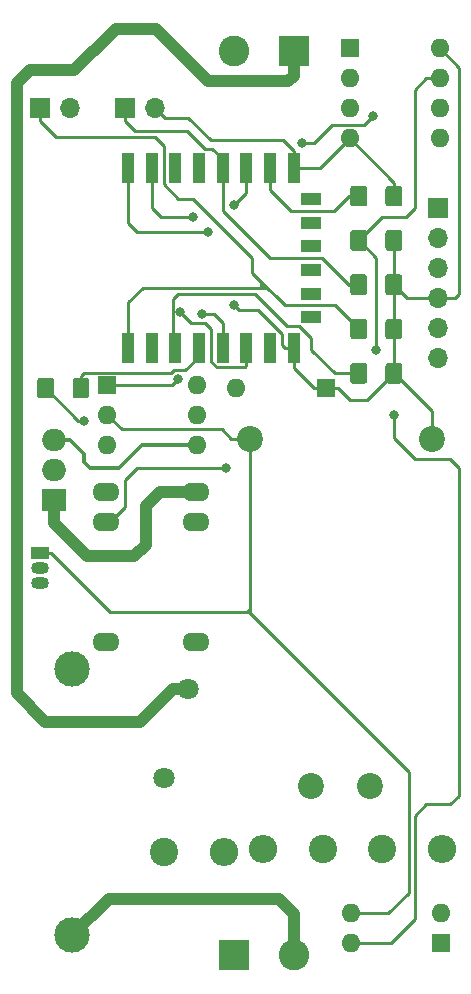
<source format=gtl>
G04 #@! TF.GenerationSoftware,KiCad,Pcbnew,(5.0.1-3-g963ef8bb5)*
G04 #@! TF.CreationDate,2018-11-25T11:10:40+01:00*
G04 #@! TF.ProjectId,Dimmer 2.0,44696D6D657220322E302E6B69636164,rev?*
G04 #@! TF.SameCoordinates,Original*
G04 #@! TF.FileFunction,Copper,L1,Top,Signal*
G04 #@! TF.FilePolarity,Positive*
%FSLAX46Y46*%
G04 Gerber Fmt 4.6, Leading zero omitted, Abs format (unit mm)*
G04 Created by KiCad (PCBNEW (5.0.1-3-g963ef8bb5)) date zondag 25 november 2018 om 11:10:40*
%MOMM*%
%LPD*%
G01*
G04 APERTURE LIST*
G04 #@! TA.AperFunction,ComponentPad*
%ADD10O,1.700000X1.700000*%
G04 #@! TD*
G04 #@! TA.AperFunction,ComponentPad*
%ADD11R,1.700000X1.700000*%
G04 #@! TD*
G04 #@! TA.AperFunction,Conductor*
%ADD12C,0.100000*%
G04 #@! TD*
G04 #@! TA.AperFunction,SMDPad,CuDef*
%ADD13C,1.425000*%
G04 #@! TD*
G04 #@! TA.AperFunction,ComponentPad*
%ADD14C,2.400000*%
G04 #@! TD*
G04 #@! TA.AperFunction,ComponentPad*
%ADD15O,2.400000X2.400000*%
G04 #@! TD*
G04 #@! TA.AperFunction,ComponentPad*
%ADD16R,1.600000X1.600000*%
G04 #@! TD*
G04 #@! TA.AperFunction,ComponentPad*
%ADD17O,1.600000X1.600000*%
G04 #@! TD*
G04 #@! TA.AperFunction,ComponentPad*
%ADD18C,2.600000*%
G04 #@! TD*
G04 #@! TA.AperFunction,ComponentPad*
%ADD19R,2.600000X2.600000*%
G04 #@! TD*
G04 #@! TA.AperFunction,SMDPad,CuDef*
%ADD20R,1.000000X2.500000*%
G04 #@! TD*
G04 #@! TA.AperFunction,SMDPad,CuDef*
%ADD21R,1.800000X1.000000*%
G04 #@! TD*
G04 #@! TA.AperFunction,ComponentPad*
%ADD22O,1.500000X1.050000*%
G04 #@! TD*
G04 #@! TA.AperFunction,ComponentPad*
%ADD23R,1.500000X1.050000*%
G04 #@! TD*
G04 #@! TA.AperFunction,ComponentPad*
%ADD24C,2.200000*%
G04 #@! TD*
G04 #@! TA.AperFunction,ComponentPad*
%ADD25R,2.000000X1.905000*%
G04 #@! TD*
G04 #@! TA.AperFunction,ComponentPad*
%ADD26O,2.000000X1.905000*%
G04 #@! TD*
G04 #@! TA.AperFunction,ComponentPad*
%ADD27O,2.300000X1.600000*%
G04 #@! TD*
G04 #@! TA.AperFunction,ComponentPad*
%ADD28C,1.800000*%
G04 #@! TD*
G04 #@! TA.AperFunction,ComponentPad*
%ADD29C,3.000000*%
G04 #@! TD*
G04 #@! TA.AperFunction,ViaPad*
%ADD30C,0.800000*%
G04 #@! TD*
G04 #@! TA.AperFunction,Conductor*
%ADD31C,0.250000*%
G04 #@! TD*
G04 #@! TA.AperFunction,Conductor*
%ADD32C,1.000000*%
G04 #@! TD*
G04 #@! TA.AperFunction,Conductor*
%ADD33C,0.350000*%
G04 #@! TD*
G04 APERTURE END LIST*
D10*
G04 #@! TO.P,JPFlash1,2*
G04 #@! TO.N,GND*
X81750000Y-52250000D03*
D11*
G04 #@! TO.P,JPFlash1,1*
G04 #@! TO.N,Net-(IC1-Pad18)*
X79210000Y-52250000D03*
G04 #@! TD*
D12*
G04 #@! TO.N,+3V3*
G04 #@! TO.C,R1*
G36*
X102487004Y-73876204D02*
X102511273Y-73879804D01*
X102535071Y-73885765D01*
X102558171Y-73894030D01*
X102580349Y-73904520D01*
X102601393Y-73917133D01*
X102621098Y-73931747D01*
X102639277Y-73948223D01*
X102655753Y-73966402D01*
X102670367Y-73986107D01*
X102682980Y-74007151D01*
X102693470Y-74029329D01*
X102701735Y-74052429D01*
X102707696Y-74076227D01*
X102711296Y-74100496D01*
X102712500Y-74125000D01*
X102712500Y-75375000D01*
X102711296Y-75399504D01*
X102707696Y-75423773D01*
X102701735Y-75447571D01*
X102693470Y-75470671D01*
X102682980Y-75492849D01*
X102670367Y-75513893D01*
X102655753Y-75533598D01*
X102639277Y-75551777D01*
X102621098Y-75568253D01*
X102601393Y-75582867D01*
X102580349Y-75595480D01*
X102558171Y-75605970D01*
X102535071Y-75614235D01*
X102511273Y-75620196D01*
X102487004Y-75623796D01*
X102462500Y-75625000D01*
X101537500Y-75625000D01*
X101512996Y-75623796D01*
X101488727Y-75620196D01*
X101464929Y-75614235D01*
X101441829Y-75605970D01*
X101419651Y-75595480D01*
X101398607Y-75582867D01*
X101378902Y-75568253D01*
X101360723Y-75551777D01*
X101344247Y-75533598D01*
X101329633Y-75513893D01*
X101317020Y-75492849D01*
X101306530Y-75470671D01*
X101298265Y-75447571D01*
X101292304Y-75423773D01*
X101288704Y-75399504D01*
X101287500Y-75375000D01*
X101287500Y-74125000D01*
X101288704Y-74100496D01*
X101292304Y-74076227D01*
X101298265Y-74052429D01*
X101306530Y-74029329D01*
X101317020Y-74007151D01*
X101329633Y-73986107D01*
X101344247Y-73966402D01*
X101360723Y-73948223D01*
X101378902Y-73931747D01*
X101398607Y-73917133D01*
X101419651Y-73904520D01*
X101441829Y-73894030D01*
X101464929Y-73885765D01*
X101488727Y-73879804D01*
X101512996Y-73876204D01*
X101537500Y-73875000D01*
X102462500Y-73875000D01*
X102487004Y-73876204D01*
X102487004Y-73876204D01*
G37*
D13*
G04 #@! TD*
G04 #@! TO.P,R1,1*
G04 #@! TO.N,+3V3*
X102000000Y-74750000D03*
D12*
G04 #@! TO.N,Net-(IC1-Pad3)*
G04 #@! TO.C,R1*
G36*
X99512004Y-73876204D02*
X99536273Y-73879804D01*
X99560071Y-73885765D01*
X99583171Y-73894030D01*
X99605349Y-73904520D01*
X99626393Y-73917133D01*
X99646098Y-73931747D01*
X99664277Y-73948223D01*
X99680753Y-73966402D01*
X99695367Y-73986107D01*
X99707980Y-74007151D01*
X99718470Y-74029329D01*
X99726735Y-74052429D01*
X99732696Y-74076227D01*
X99736296Y-74100496D01*
X99737500Y-74125000D01*
X99737500Y-75375000D01*
X99736296Y-75399504D01*
X99732696Y-75423773D01*
X99726735Y-75447571D01*
X99718470Y-75470671D01*
X99707980Y-75492849D01*
X99695367Y-75513893D01*
X99680753Y-75533598D01*
X99664277Y-75551777D01*
X99646098Y-75568253D01*
X99626393Y-75582867D01*
X99605349Y-75595480D01*
X99583171Y-75605970D01*
X99560071Y-75614235D01*
X99536273Y-75620196D01*
X99512004Y-75623796D01*
X99487500Y-75625000D01*
X98562500Y-75625000D01*
X98537996Y-75623796D01*
X98513727Y-75620196D01*
X98489929Y-75614235D01*
X98466829Y-75605970D01*
X98444651Y-75595480D01*
X98423607Y-75582867D01*
X98403902Y-75568253D01*
X98385723Y-75551777D01*
X98369247Y-75533598D01*
X98354633Y-75513893D01*
X98342020Y-75492849D01*
X98331530Y-75470671D01*
X98323265Y-75447571D01*
X98317304Y-75423773D01*
X98313704Y-75399504D01*
X98312500Y-75375000D01*
X98312500Y-74125000D01*
X98313704Y-74100496D01*
X98317304Y-74076227D01*
X98323265Y-74052429D01*
X98331530Y-74029329D01*
X98342020Y-74007151D01*
X98354633Y-73986107D01*
X98369247Y-73966402D01*
X98385723Y-73948223D01*
X98403902Y-73931747D01*
X98423607Y-73917133D01*
X98444651Y-73904520D01*
X98466829Y-73894030D01*
X98489929Y-73885765D01*
X98513727Y-73879804D01*
X98537996Y-73876204D01*
X98562500Y-73875000D01*
X99487500Y-73875000D01*
X99512004Y-73876204D01*
X99512004Y-73876204D01*
G37*
D13*
G04 #@! TD*
G04 #@! TO.P,R1,2*
G04 #@! TO.N,Net-(IC1-Pad3)*
X99025000Y-74750000D03*
D12*
G04 #@! TO.N,Net-(IC1-Pad1)*
G04 #@! TO.C,R2*
G36*
X99512004Y-70126204D02*
X99536273Y-70129804D01*
X99560071Y-70135765D01*
X99583171Y-70144030D01*
X99605349Y-70154520D01*
X99626393Y-70167133D01*
X99646098Y-70181747D01*
X99664277Y-70198223D01*
X99680753Y-70216402D01*
X99695367Y-70236107D01*
X99707980Y-70257151D01*
X99718470Y-70279329D01*
X99726735Y-70302429D01*
X99732696Y-70326227D01*
X99736296Y-70350496D01*
X99737500Y-70375000D01*
X99737500Y-71625000D01*
X99736296Y-71649504D01*
X99732696Y-71673773D01*
X99726735Y-71697571D01*
X99718470Y-71720671D01*
X99707980Y-71742849D01*
X99695367Y-71763893D01*
X99680753Y-71783598D01*
X99664277Y-71801777D01*
X99646098Y-71818253D01*
X99626393Y-71832867D01*
X99605349Y-71845480D01*
X99583171Y-71855970D01*
X99560071Y-71864235D01*
X99536273Y-71870196D01*
X99512004Y-71873796D01*
X99487500Y-71875000D01*
X98562500Y-71875000D01*
X98537996Y-71873796D01*
X98513727Y-71870196D01*
X98489929Y-71864235D01*
X98466829Y-71855970D01*
X98444651Y-71845480D01*
X98423607Y-71832867D01*
X98403902Y-71818253D01*
X98385723Y-71801777D01*
X98369247Y-71783598D01*
X98354633Y-71763893D01*
X98342020Y-71742849D01*
X98331530Y-71720671D01*
X98323265Y-71697571D01*
X98317304Y-71673773D01*
X98313704Y-71649504D01*
X98312500Y-71625000D01*
X98312500Y-70375000D01*
X98313704Y-70350496D01*
X98317304Y-70326227D01*
X98323265Y-70302429D01*
X98331530Y-70279329D01*
X98342020Y-70257151D01*
X98354633Y-70236107D01*
X98369247Y-70216402D01*
X98385723Y-70198223D01*
X98403902Y-70181747D01*
X98423607Y-70167133D01*
X98444651Y-70154520D01*
X98466829Y-70144030D01*
X98489929Y-70135765D01*
X98513727Y-70129804D01*
X98537996Y-70126204D01*
X98562500Y-70125000D01*
X99487500Y-70125000D01*
X99512004Y-70126204D01*
X99512004Y-70126204D01*
G37*
D13*
G04 #@! TD*
G04 #@! TO.P,R2,2*
G04 #@! TO.N,Net-(IC1-Pad1)*
X99025000Y-71000000D03*
D12*
G04 #@! TO.N,+3V3*
G04 #@! TO.C,R2*
G36*
X102487004Y-70126204D02*
X102511273Y-70129804D01*
X102535071Y-70135765D01*
X102558171Y-70144030D01*
X102580349Y-70154520D01*
X102601393Y-70167133D01*
X102621098Y-70181747D01*
X102639277Y-70198223D01*
X102655753Y-70216402D01*
X102670367Y-70236107D01*
X102682980Y-70257151D01*
X102693470Y-70279329D01*
X102701735Y-70302429D01*
X102707696Y-70326227D01*
X102711296Y-70350496D01*
X102712500Y-70375000D01*
X102712500Y-71625000D01*
X102711296Y-71649504D01*
X102707696Y-71673773D01*
X102701735Y-71697571D01*
X102693470Y-71720671D01*
X102682980Y-71742849D01*
X102670367Y-71763893D01*
X102655753Y-71783598D01*
X102639277Y-71801777D01*
X102621098Y-71818253D01*
X102601393Y-71832867D01*
X102580349Y-71845480D01*
X102558171Y-71855970D01*
X102535071Y-71864235D01*
X102511273Y-71870196D01*
X102487004Y-71873796D01*
X102462500Y-71875000D01*
X101537500Y-71875000D01*
X101512996Y-71873796D01*
X101488727Y-71870196D01*
X101464929Y-71864235D01*
X101441829Y-71855970D01*
X101419651Y-71845480D01*
X101398607Y-71832867D01*
X101378902Y-71818253D01*
X101360723Y-71801777D01*
X101344247Y-71783598D01*
X101329633Y-71763893D01*
X101317020Y-71742849D01*
X101306530Y-71720671D01*
X101298265Y-71697571D01*
X101292304Y-71673773D01*
X101288704Y-71649504D01*
X101287500Y-71625000D01*
X101287500Y-70375000D01*
X101288704Y-70350496D01*
X101292304Y-70326227D01*
X101298265Y-70302429D01*
X101306530Y-70279329D01*
X101317020Y-70257151D01*
X101329633Y-70236107D01*
X101344247Y-70216402D01*
X101360723Y-70198223D01*
X101378902Y-70181747D01*
X101398607Y-70167133D01*
X101419651Y-70154520D01*
X101441829Y-70144030D01*
X101464929Y-70135765D01*
X101488727Y-70129804D01*
X101512996Y-70126204D01*
X101537500Y-70125000D01*
X102462500Y-70125000D01*
X102487004Y-70126204D01*
X102487004Y-70126204D01*
G37*
D13*
G04 #@! TD*
G04 #@! TO.P,R2,1*
G04 #@! TO.N,+3V3*
X102000000Y-71000000D03*
D12*
G04 #@! TO.N,Net-(IC1-Pad16)*
G04 #@! TO.C,R5*
G36*
X99512004Y-58876204D02*
X99536273Y-58879804D01*
X99560071Y-58885765D01*
X99583171Y-58894030D01*
X99605349Y-58904520D01*
X99626393Y-58917133D01*
X99646098Y-58931747D01*
X99664277Y-58948223D01*
X99680753Y-58966402D01*
X99695367Y-58986107D01*
X99707980Y-59007151D01*
X99718470Y-59029329D01*
X99726735Y-59052429D01*
X99732696Y-59076227D01*
X99736296Y-59100496D01*
X99737500Y-59125000D01*
X99737500Y-60375000D01*
X99736296Y-60399504D01*
X99732696Y-60423773D01*
X99726735Y-60447571D01*
X99718470Y-60470671D01*
X99707980Y-60492849D01*
X99695367Y-60513893D01*
X99680753Y-60533598D01*
X99664277Y-60551777D01*
X99646098Y-60568253D01*
X99626393Y-60582867D01*
X99605349Y-60595480D01*
X99583171Y-60605970D01*
X99560071Y-60614235D01*
X99536273Y-60620196D01*
X99512004Y-60623796D01*
X99487500Y-60625000D01*
X98562500Y-60625000D01*
X98537996Y-60623796D01*
X98513727Y-60620196D01*
X98489929Y-60614235D01*
X98466829Y-60605970D01*
X98444651Y-60595480D01*
X98423607Y-60582867D01*
X98403902Y-60568253D01*
X98385723Y-60551777D01*
X98369247Y-60533598D01*
X98354633Y-60513893D01*
X98342020Y-60492849D01*
X98331530Y-60470671D01*
X98323265Y-60447571D01*
X98317304Y-60423773D01*
X98313704Y-60399504D01*
X98312500Y-60375000D01*
X98312500Y-59125000D01*
X98313704Y-59100496D01*
X98317304Y-59076227D01*
X98323265Y-59052429D01*
X98331530Y-59029329D01*
X98342020Y-59007151D01*
X98354633Y-58986107D01*
X98369247Y-58966402D01*
X98385723Y-58948223D01*
X98403902Y-58931747D01*
X98423607Y-58917133D01*
X98444651Y-58904520D01*
X98466829Y-58894030D01*
X98489929Y-58885765D01*
X98513727Y-58879804D01*
X98537996Y-58876204D01*
X98562500Y-58875000D01*
X99487500Y-58875000D01*
X99512004Y-58876204D01*
X99512004Y-58876204D01*
G37*
D13*
G04 #@! TD*
G04 #@! TO.P,R5,1*
G04 #@! TO.N,Net-(IC1-Pad16)*
X99025000Y-59750000D03*
D12*
G04 #@! TO.N,GND*
G04 #@! TO.C,R5*
G36*
X102487004Y-58876204D02*
X102511273Y-58879804D01*
X102535071Y-58885765D01*
X102558171Y-58894030D01*
X102580349Y-58904520D01*
X102601393Y-58917133D01*
X102621098Y-58931747D01*
X102639277Y-58948223D01*
X102655753Y-58966402D01*
X102670367Y-58986107D01*
X102682980Y-59007151D01*
X102693470Y-59029329D01*
X102701735Y-59052429D01*
X102707696Y-59076227D01*
X102711296Y-59100496D01*
X102712500Y-59125000D01*
X102712500Y-60375000D01*
X102711296Y-60399504D01*
X102707696Y-60423773D01*
X102701735Y-60447571D01*
X102693470Y-60470671D01*
X102682980Y-60492849D01*
X102670367Y-60513893D01*
X102655753Y-60533598D01*
X102639277Y-60551777D01*
X102621098Y-60568253D01*
X102601393Y-60582867D01*
X102580349Y-60595480D01*
X102558171Y-60605970D01*
X102535071Y-60614235D01*
X102511273Y-60620196D01*
X102487004Y-60623796D01*
X102462500Y-60625000D01*
X101537500Y-60625000D01*
X101512996Y-60623796D01*
X101488727Y-60620196D01*
X101464929Y-60614235D01*
X101441829Y-60605970D01*
X101419651Y-60595480D01*
X101398607Y-60582867D01*
X101378902Y-60568253D01*
X101360723Y-60551777D01*
X101344247Y-60533598D01*
X101329633Y-60513893D01*
X101317020Y-60492849D01*
X101306530Y-60470671D01*
X101298265Y-60447571D01*
X101292304Y-60423773D01*
X101288704Y-60399504D01*
X101287500Y-60375000D01*
X101287500Y-59125000D01*
X101288704Y-59100496D01*
X101292304Y-59076227D01*
X101298265Y-59052429D01*
X101306530Y-59029329D01*
X101317020Y-59007151D01*
X101329633Y-58986107D01*
X101344247Y-58966402D01*
X101360723Y-58948223D01*
X101378902Y-58931747D01*
X101398607Y-58917133D01*
X101419651Y-58904520D01*
X101441829Y-58894030D01*
X101464929Y-58885765D01*
X101488727Y-58879804D01*
X101512996Y-58876204D01*
X101537500Y-58875000D01*
X102462500Y-58875000D01*
X102487004Y-58876204D01*
X102487004Y-58876204D01*
G37*
D13*
G04 #@! TD*
G04 #@! TO.P,R5,2*
G04 #@! TO.N,GND*
X102000000Y-59750000D03*
D14*
G04 #@! TO.P,R6,1*
G04 #@! TO.N,HT*
X82500000Y-115250000D03*
D15*
G04 #@! TO.P,R6,2*
G04 #@! TO.N,Net-(IC4-Pad6)*
X87580000Y-115250000D03*
G04 #@! TD*
D12*
G04 #@! TO.N,Net-(IC2-Pad7)*
G04 #@! TO.C,R8*
G36*
X99512004Y-62626204D02*
X99536273Y-62629804D01*
X99560071Y-62635765D01*
X99583171Y-62644030D01*
X99605349Y-62654520D01*
X99626393Y-62667133D01*
X99646098Y-62681747D01*
X99664277Y-62698223D01*
X99680753Y-62716402D01*
X99695367Y-62736107D01*
X99707980Y-62757151D01*
X99718470Y-62779329D01*
X99726735Y-62802429D01*
X99732696Y-62826227D01*
X99736296Y-62850496D01*
X99737500Y-62875000D01*
X99737500Y-64125000D01*
X99736296Y-64149504D01*
X99732696Y-64173773D01*
X99726735Y-64197571D01*
X99718470Y-64220671D01*
X99707980Y-64242849D01*
X99695367Y-64263893D01*
X99680753Y-64283598D01*
X99664277Y-64301777D01*
X99646098Y-64318253D01*
X99626393Y-64332867D01*
X99605349Y-64345480D01*
X99583171Y-64355970D01*
X99560071Y-64364235D01*
X99536273Y-64370196D01*
X99512004Y-64373796D01*
X99487500Y-64375000D01*
X98562500Y-64375000D01*
X98537996Y-64373796D01*
X98513727Y-64370196D01*
X98489929Y-64364235D01*
X98466829Y-64355970D01*
X98444651Y-64345480D01*
X98423607Y-64332867D01*
X98403902Y-64318253D01*
X98385723Y-64301777D01*
X98369247Y-64283598D01*
X98354633Y-64263893D01*
X98342020Y-64242849D01*
X98331530Y-64220671D01*
X98323265Y-64197571D01*
X98317304Y-64173773D01*
X98313704Y-64149504D01*
X98312500Y-64125000D01*
X98312500Y-62875000D01*
X98313704Y-62850496D01*
X98317304Y-62826227D01*
X98323265Y-62802429D01*
X98331530Y-62779329D01*
X98342020Y-62757151D01*
X98354633Y-62736107D01*
X98369247Y-62716402D01*
X98385723Y-62698223D01*
X98403902Y-62681747D01*
X98423607Y-62667133D01*
X98444651Y-62654520D01*
X98466829Y-62644030D01*
X98489929Y-62635765D01*
X98513727Y-62629804D01*
X98537996Y-62626204D01*
X98562500Y-62625000D01*
X99487500Y-62625000D01*
X99512004Y-62626204D01*
X99512004Y-62626204D01*
G37*
D13*
G04 #@! TD*
G04 #@! TO.P,R8,1*
G04 #@! TO.N,Net-(IC2-Pad7)*
X99025000Y-63500000D03*
D12*
G04 #@! TO.N,+3V3*
G04 #@! TO.C,R8*
G36*
X102487004Y-62626204D02*
X102511273Y-62629804D01*
X102535071Y-62635765D01*
X102558171Y-62644030D01*
X102580349Y-62654520D01*
X102601393Y-62667133D01*
X102621098Y-62681747D01*
X102639277Y-62698223D01*
X102655753Y-62716402D01*
X102670367Y-62736107D01*
X102682980Y-62757151D01*
X102693470Y-62779329D01*
X102701735Y-62802429D01*
X102707696Y-62826227D01*
X102711296Y-62850496D01*
X102712500Y-62875000D01*
X102712500Y-64125000D01*
X102711296Y-64149504D01*
X102707696Y-64173773D01*
X102701735Y-64197571D01*
X102693470Y-64220671D01*
X102682980Y-64242849D01*
X102670367Y-64263893D01*
X102655753Y-64283598D01*
X102639277Y-64301777D01*
X102621098Y-64318253D01*
X102601393Y-64332867D01*
X102580349Y-64345480D01*
X102558171Y-64355970D01*
X102535071Y-64364235D01*
X102511273Y-64370196D01*
X102487004Y-64373796D01*
X102462500Y-64375000D01*
X101537500Y-64375000D01*
X101512996Y-64373796D01*
X101488727Y-64370196D01*
X101464929Y-64364235D01*
X101441829Y-64355970D01*
X101419651Y-64345480D01*
X101398607Y-64332867D01*
X101378902Y-64318253D01*
X101360723Y-64301777D01*
X101344247Y-64283598D01*
X101329633Y-64263893D01*
X101317020Y-64242849D01*
X101306530Y-64220671D01*
X101298265Y-64197571D01*
X101292304Y-64173773D01*
X101288704Y-64149504D01*
X101287500Y-64125000D01*
X101287500Y-62875000D01*
X101288704Y-62850496D01*
X101292304Y-62826227D01*
X101298265Y-62802429D01*
X101306530Y-62779329D01*
X101317020Y-62757151D01*
X101329633Y-62736107D01*
X101344247Y-62716402D01*
X101360723Y-62698223D01*
X101378902Y-62681747D01*
X101398607Y-62667133D01*
X101419651Y-62654520D01*
X101441829Y-62644030D01*
X101464929Y-62635765D01*
X101488727Y-62629804D01*
X101512996Y-62626204D01*
X101537500Y-62625000D01*
X102462500Y-62625000D01*
X102487004Y-62626204D01*
X102487004Y-62626204D01*
G37*
D13*
G04 #@! TD*
G04 #@! TO.P,R8,2*
G04 #@! TO.N,+3V3*
X102000000Y-63500000D03*
D12*
G04 #@! TO.N,Net-(IC1-Pad18)*
G04 #@! TO.C,R3*
G36*
X99499504Y-66376204D02*
X99523773Y-66379804D01*
X99547571Y-66385765D01*
X99570671Y-66394030D01*
X99592849Y-66404520D01*
X99613893Y-66417133D01*
X99633598Y-66431747D01*
X99651777Y-66448223D01*
X99668253Y-66466402D01*
X99682867Y-66486107D01*
X99695480Y-66507151D01*
X99705970Y-66529329D01*
X99714235Y-66552429D01*
X99720196Y-66576227D01*
X99723796Y-66600496D01*
X99725000Y-66625000D01*
X99725000Y-67875000D01*
X99723796Y-67899504D01*
X99720196Y-67923773D01*
X99714235Y-67947571D01*
X99705970Y-67970671D01*
X99695480Y-67992849D01*
X99682867Y-68013893D01*
X99668253Y-68033598D01*
X99651777Y-68051777D01*
X99633598Y-68068253D01*
X99613893Y-68082867D01*
X99592849Y-68095480D01*
X99570671Y-68105970D01*
X99547571Y-68114235D01*
X99523773Y-68120196D01*
X99499504Y-68123796D01*
X99475000Y-68125000D01*
X98550000Y-68125000D01*
X98525496Y-68123796D01*
X98501227Y-68120196D01*
X98477429Y-68114235D01*
X98454329Y-68105970D01*
X98432151Y-68095480D01*
X98411107Y-68082867D01*
X98391402Y-68068253D01*
X98373223Y-68051777D01*
X98356747Y-68033598D01*
X98342133Y-68013893D01*
X98329520Y-67992849D01*
X98319030Y-67970671D01*
X98310765Y-67947571D01*
X98304804Y-67923773D01*
X98301204Y-67899504D01*
X98300000Y-67875000D01*
X98300000Y-66625000D01*
X98301204Y-66600496D01*
X98304804Y-66576227D01*
X98310765Y-66552429D01*
X98319030Y-66529329D01*
X98329520Y-66507151D01*
X98342133Y-66486107D01*
X98356747Y-66466402D01*
X98373223Y-66448223D01*
X98391402Y-66431747D01*
X98411107Y-66417133D01*
X98432151Y-66404520D01*
X98454329Y-66394030D01*
X98477429Y-66385765D01*
X98501227Y-66379804D01*
X98525496Y-66376204D01*
X98550000Y-66375000D01*
X99475000Y-66375000D01*
X99499504Y-66376204D01*
X99499504Y-66376204D01*
G37*
D13*
G04 #@! TD*
G04 #@! TO.P,R3,2*
G04 #@! TO.N,Net-(IC1-Pad18)*
X99012500Y-67250000D03*
D12*
G04 #@! TO.N,+3V3*
G04 #@! TO.C,R3*
G36*
X102474504Y-66376204D02*
X102498773Y-66379804D01*
X102522571Y-66385765D01*
X102545671Y-66394030D01*
X102567849Y-66404520D01*
X102588893Y-66417133D01*
X102608598Y-66431747D01*
X102626777Y-66448223D01*
X102643253Y-66466402D01*
X102657867Y-66486107D01*
X102670480Y-66507151D01*
X102680970Y-66529329D01*
X102689235Y-66552429D01*
X102695196Y-66576227D01*
X102698796Y-66600496D01*
X102700000Y-66625000D01*
X102700000Y-67875000D01*
X102698796Y-67899504D01*
X102695196Y-67923773D01*
X102689235Y-67947571D01*
X102680970Y-67970671D01*
X102670480Y-67992849D01*
X102657867Y-68013893D01*
X102643253Y-68033598D01*
X102626777Y-68051777D01*
X102608598Y-68068253D01*
X102588893Y-68082867D01*
X102567849Y-68095480D01*
X102545671Y-68105970D01*
X102522571Y-68114235D01*
X102498773Y-68120196D01*
X102474504Y-68123796D01*
X102450000Y-68125000D01*
X101525000Y-68125000D01*
X101500496Y-68123796D01*
X101476227Y-68120196D01*
X101452429Y-68114235D01*
X101429329Y-68105970D01*
X101407151Y-68095480D01*
X101386107Y-68082867D01*
X101366402Y-68068253D01*
X101348223Y-68051777D01*
X101331747Y-68033598D01*
X101317133Y-68013893D01*
X101304520Y-67992849D01*
X101294030Y-67970671D01*
X101285765Y-67947571D01*
X101279804Y-67923773D01*
X101276204Y-67899504D01*
X101275000Y-67875000D01*
X101275000Y-66625000D01*
X101276204Y-66600496D01*
X101279804Y-66576227D01*
X101285765Y-66552429D01*
X101294030Y-66529329D01*
X101304520Y-66507151D01*
X101317133Y-66486107D01*
X101331747Y-66466402D01*
X101348223Y-66448223D01*
X101366402Y-66431747D01*
X101386107Y-66417133D01*
X101407151Y-66404520D01*
X101429329Y-66394030D01*
X101452429Y-66385765D01*
X101476227Y-66379804D01*
X101500496Y-66376204D01*
X101525000Y-66375000D01*
X102450000Y-66375000D01*
X102474504Y-66376204D01*
X102474504Y-66376204D01*
G37*
D13*
G04 #@! TD*
G04 #@! TO.P,R3,1*
G04 #@! TO.N,+3V3*
X101987500Y-67250000D03*
D16*
G04 #@! TO.P,IC4,1*
G04 #@! TO.N,Net-(IC4-Pad1)*
X77750000Y-75750000D03*
D17*
G04 #@! TO.P,IC4,4*
G04 #@! TO.N,Net-(IC4-Pad4)*
X85370000Y-80830000D03*
G04 #@! TO.P,IC4,2*
G04 #@! TO.N,GND*
X77750000Y-78290000D03*
G04 #@! TO.P,IC4,5*
G04 #@! TO.N,Net-(IC4-Pad5)*
X85370000Y-78290000D03*
G04 #@! TO.P,IC4,3*
G04 #@! TO.N,Net-(IC4-Pad3)*
X77750000Y-80830000D03*
G04 #@! TO.P,IC4,6*
G04 #@! TO.N,Net-(IC4-Pad6)*
X85370000Y-75750000D03*
G04 #@! TD*
D18*
G04 #@! TO.P,Con3,2*
G04 #@! TO.N,Net-(Con3-Pad2)*
X88500000Y-47500000D03*
D19*
G04 #@! TO.P,Con3,1*
G04 #@! TO.N,NEUT*
X93500000Y-47500000D03*
G04 #@! TD*
D16*
G04 #@! TO.P,IC2,1*
G04 #@! TO.N,Net-(IC2-Pad1)*
X98250000Y-47250000D03*
D17*
G04 #@! TO.P,IC2,5*
G04 #@! TO.N,Net-(IC1-Pad5)*
X105870000Y-54870000D03*
G04 #@! TO.P,IC2,2*
G04 #@! TO.N,Net-(IC2-Pad2)*
X98250000Y-49790000D03*
G04 #@! TO.P,IC2,6*
G04 #@! TO.N,Net-(IC1-Pad6)*
X105870000Y-52330000D03*
G04 #@! TO.P,IC2,3*
G04 #@! TO.N,Net-(IC2-Pad3)*
X98250000Y-52330000D03*
G04 #@! TO.P,IC2,7*
G04 #@! TO.N,Net-(IC2-Pad7)*
X105870000Y-49790000D03*
G04 #@! TO.P,IC2,4*
G04 #@! TO.N,GND*
X98250000Y-54870000D03*
G04 #@! TO.P,IC2,8*
G04 #@! TO.N,+3V3*
X105870000Y-47250000D03*
G04 #@! TD*
D11*
G04 #@! TO.P,Reset1,1*
G04 #@! TO.N,Net-(IC1-Pad1)*
X72000000Y-52250000D03*
D10*
G04 #@! TO.P,Reset1,2*
G04 #@! TO.N,GND*
X74540000Y-52250000D03*
G04 #@! TD*
D20*
G04 #@! TO.P,IC1,1*
G04 #@! TO.N,Net-(IC1-Pad1)*
X79500000Y-72600000D03*
G04 #@! TO.P,IC1,2*
G04 #@! TO.N,Net-(IC1-Pad2)*
X81500000Y-72600000D03*
G04 #@! TO.P,IC1,3*
G04 #@! TO.N,Net-(IC1-Pad3)*
X83500000Y-72600000D03*
G04 #@! TO.P,IC1,4*
G04 #@! TO.N,Net-(IC1-Pad4)*
X85500000Y-72600000D03*
G04 #@! TO.P,IC1,5*
G04 #@! TO.N,Net-(IC1-Pad5)*
X87500000Y-72600000D03*
G04 #@! TO.P,IC1,6*
G04 #@! TO.N,Net-(IC1-Pad6)*
X89500000Y-72600000D03*
G04 #@! TO.P,IC1,7*
G04 #@! TO.N,Net-(IC1-Pad7)*
X91500000Y-72600000D03*
G04 #@! TO.P,IC1,8*
G04 #@! TO.N,+3V3*
X93500000Y-72600000D03*
D21*
G04 #@! TO.P,IC1,9*
G04 #@! TO.N,Net-(IC1-Pad9)*
X95000000Y-70000000D03*
G04 #@! TO.P,IC1,10*
G04 #@! TO.N,Net-(IC1-Pad10)*
X95000000Y-68000000D03*
G04 #@! TO.P,IC1,11*
G04 #@! TO.N,Net-(IC1-Pad11)*
X95000000Y-66000000D03*
G04 #@! TO.P,IC1,12*
G04 #@! TO.N,Net-(IC1-Pad12)*
X95000000Y-64000000D03*
G04 #@! TO.P,IC1,13*
G04 #@! TO.N,Net-(IC1-Pad13)*
X95000000Y-62000000D03*
G04 #@! TO.P,IC1,14*
G04 #@! TO.N,Net-(IC1-Pad14)*
X95000000Y-60000000D03*
D20*
G04 #@! TO.P,IC1,15*
G04 #@! TO.N,GND*
X93500000Y-57400000D03*
G04 #@! TO.P,IC1,16*
G04 #@! TO.N,Net-(IC1-Pad16)*
X91500000Y-57400000D03*
G04 #@! TO.P,IC1,17*
G04 #@! TO.N,Net-(IC1-Pad17)*
X89500000Y-57400000D03*
G04 #@! TO.P,IC1,18*
G04 #@! TO.N,Net-(IC1-Pad18)*
X87500000Y-57400000D03*
G04 #@! TO.P,IC1,19*
G04 #@! TO.N,Net-(IC1-Pad19)*
X85500000Y-57400000D03*
G04 #@! TO.P,IC1,20*
G04 #@! TO.N,Net-(IC1-Pad20)*
X83500000Y-57400000D03*
G04 #@! TO.P,IC1,21*
G04 #@! TO.N,Net-(Con1-Pad3)*
X81500000Y-57400000D03*
G04 #@! TO.P,IC1,22*
G04 #@! TO.N,Net-(Con1-Pad2)*
X79500000Y-57400000D03*
G04 #@! TD*
D22*
G04 #@! TO.P,T2,2*
G04 #@! TO.N,Net-(R11-Pad1)*
X72000000Y-91270000D03*
G04 #@! TO.P,T2,3*
G04 #@! TO.N,Net-(D1-Pad2)*
X72000000Y-92540000D03*
D23*
G04 #@! TO.P,T2,1*
G04 #@! TO.N,GND*
X72000000Y-90000000D03*
G04 #@! TD*
D19*
G04 #@! TO.P,Con2,1*
G04 #@! TO.N,NEUT*
X88500000Y-124000000D03*
D18*
G04 #@! TO.P,Con2,2*
G04 #@! TO.N,Net-(Con2-Pad2)*
X93500000Y-124000000D03*
G04 #@! TD*
D24*
G04 #@! TO.P,U1,1*
G04 #@! TO.N,LINE*
X95000000Y-109700000D03*
G04 #@! TO.P,U1,2*
G04 #@! TO.N,NEUT*
X100000000Y-109700000D03*
G04 #@! TO.P,U1,3*
G04 #@! TO.N,GND*
X89800000Y-80300000D03*
G04 #@! TO.P,U1,4*
G04 #@! TO.N,+3V3*
X105200000Y-80300000D03*
G04 #@! TD*
D25*
G04 #@! TO.P,T1,1*
G04 #@! TO.N,HT*
X73250000Y-85500000D03*
D26*
G04 #@! TO.P,T1,2*
G04 #@! TO.N,Net-(Con3-Pad2)*
X73250000Y-82960000D03*
G04 #@! TO.P,T1,3*
G04 #@! TO.N,Net-(IC4-Pad4)*
X73250000Y-80420000D03*
G04 #@! TD*
D27*
G04 #@! TO.P,K1,12*
G04 #@! TO.N,LINE*
X77630000Y-97500000D03*
G04 #@! TO.P,K1,8*
G04 #@! TO.N,Net-(D1-Pad2)*
X77630000Y-87340000D03*
G04 #@! TO.P,K1,1*
G04 #@! TO.N,N/C*
X85250000Y-97500000D03*
G04 #@! TO.P,K1,5*
G04 #@! TO.N,+3V3*
X85250000Y-87340000D03*
G04 #@! TO.P,K1,7*
G04 #@! TO.N,Net-(K1-Pad7)*
X77630000Y-84800000D03*
G04 #@! TO.P,K1,6*
G04 #@! TO.N,HT*
X85250000Y-84800000D03*
G04 #@! TD*
D28*
G04 #@! TO.P,RV1,1*
G04 #@! TO.N,LINE*
X82500000Y-109000000D03*
G04 #@! TO.P,RV1,2*
G04 #@! TO.N,NEUT*
X84550000Y-101500000D03*
G04 #@! TD*
D15*
G04 #@! TO.P,R10,2*
G04 #@! TO.N,NEUT*
X90920000Y-115000000D03*
D14*
G04 #@! TO.P,R10,1*
G04 #@! TO.N,Net-(IC3-Pad2)*
X96000000Y-115000000D03*
G04 #@! TD*
D16*
G04 #@! TO.P,D1,1*
G04 #@! TO.N,+3V3*
X96250000Y-76000000D03*
D17*
G04 #@! TO.P,D1,2*
G04 #@! TO.N,Net-(D1-Pad2)*
X88630000Y-76000000D03*
G04 #@! TD*
D29*
G04 #@! TO.P,F1,1*
G04 #@! TO.N,LINE*
X74750000Y-99750000D03*
G04 #@! TO.P,F1,2*
G04 #@! TO.N,Net-(Con2-Pad2)*
X74750000Y-122350000D03*
G04 #@! TD*
D12*
G04 #@! TO.N,Net-(IC1-Pad4)*
G04 #@! TO.C,R11*
G36*
X75987004Y-75126204D02*
X76011273Y-75129804D01*
X76035071Y-75135765D01*
X76058171Y-75144030D01*
X76080349Y-75154520D01*
X76101393Y-75167133D01*
X76121098Y-75181747D01*
X76139277Y-75198223D01*
X76155753Y-75216402D01*
X76170367Y-75236107D01*
X76182980Y-75257151D01*
X76193470Y-75279329D01*
X76201735Y-75302429D01*
X76207696Y-75326227D01*
X76211296Y-75350496D01*
X76212500Y-75375000D01*
X76212500Y-76625000D01*
X76211296Y-76649504D01*
X76207696Y-76673773D01*
X76201735Y-76697571D01*
X76193470Y-76720671D01*
X76182980Y-76742849D01*
X76170367Y-76763893D01*
X76155753Y-76783598D01*
X76139277Y-76801777D01*
X76121098Y-76818253D01*
X76101393Y-76832867D01*
X76080349Y-76845480D01*
X76058171Y-76855970D01*
X76035071Y-76864235D01*
X76011273Y-76870196D01*
X75987004Y-76873796D01*
X75962500Y-76875000D01*
X75037500Y-76875000D01*
X75012996Y-76873796D01*
X74988727Y-76870196D01*
X74964929Y-76864235D01*
X74941829Y-76855970D01*
X74919651Y-76845480D01*
X74898607Y-76832867D01*
X74878902Y-76818253D01*
X74860723Y-76801777D01*
X74844247Y-76783598D01*
X74829633Y-76763893D01*
X74817020Y-76742849D01*
X74806530Y-76720671D01*
X74798265Y-76697571D01*
X74792304Y-76673773D01*
X74788704Y-76649504D01*
X74787500Y-76625000D01*
X74787500Y-75375000D01*
X74788704Y-75350496D01*
X74792304Y-75326227D01*
X74798265Y-75302429D01*
X74806530Y-75279329D01*
X74817020Y-75257151D01*
X74829633Y-75236107D01*
X74844247Y-75216402D01*
X74860723Y-75198223D01*
X74878902Y-75181747D01*
X74898607Y-75167133D01*
X74919651Y-75154520D01*
X74941829Y-75144030D01*
X74964929Y-75135765D01*
X74988727Y-75129804D01*
X75012996Y-75126204D01*
X75037500Y-75125000D01*
X75962500Y-75125000D01*
X75987004Y-75126204D01*
X75987004Y-75126204D01*
G37*
D13*
G04 #@! TD*
G04 #@! TO.P,R11,2*
G04 #@! TO.N,Net-(IC1-Pad4)*
X75500000Y-76000000D03*
D12*
G04 #@! TO.N,Net-(R11-Pad1)*
G04 #@! TO.C,R11*
G36*
X73012004Y-75126204D02*
X73036273Y-75129804D01*
X73060071Y-75135765D01*
X73083171Y-75144030D01*
X73105349Y-75154520D01*
X73126393Y-75167133D01*
X73146098Y-75181747D01*
X73164277Y-75198223D01*
X73180753Y-75216402D01*
X73195367Y-75236107D01*
X73207980Y-75257151D01*
X73218470Y-75279329D01*
X73226735Y-75302429D01*
X73232696Y-75326227D01*
X73236296Y-75350496D01*
X73237500Y-75375000D01*
X73237500Y-76625000D01*
X73236296Y-76649504D01*
X73232696Y-76673773D01*
X73226735Y-76697571D01*
X73218470Y-76720671D01*
X73207980Y-76742849D01*
X73195367Y-76763893D01*
X73180753Y-76783598D01*
X73164277Y-76801777D01*
X73146098Y-76818253D01*
X73126393Y-76832867D01*
X73105349Y-76845480D01*
X73083171Y-76855970D01*
X73060071Y-76864235D01*
X73036273Y-76870196D01*
X73012004Y-76873796D01*
X72987500Y-76875000D01*
X72062500Y-76875000D01*
X72037996Y-76873796D01*
X72013727Y-76870196D01*
X71989929Y-76864235D01*
X71966829Y-76855970D01*
X71944651Y-76845480D01*
X71923607Y-76832867D01*
X71903902Y-76818253D01*
X71885723Y-76801777D01*
X71869247Y-76783598D01*
X71854633Y-76763893D01*
X71842020Y-76742849D01*
X71831530Y-76720671D01*
X71823265Y-76697571D01*
X71817304Y-76673773D01*
X71813704Y-76649504D01*
X71812500Y-76625000D01*
X71812500Y-75375000D01*
X71813704Y-75350496D01*
X71817304Y-75326227D01*
X71823265Y-75302429D01*
X71831530Y-75279329D01*
X71842020Y-75257151D01*
X71854633Y-75236107D01*
X71869247Y-75216402D01*
X71885723Y-75198223D01*
X71903902Y-75181747D01*
X71923607Y-75167133D01*
X71944651Y-75154520D01*
X71966829Y-75144030D01*
X71989929Y-75135765D01*
X72013727Y-75129804D01*
X72037996Y-75126204D01*
X72062500Y-75125000D01*
X72987500Y-75125000D01*
X73012004Y-75126204D01*
X73012004Y-75126204D01*
G37*
D13*
G04 #@! TD*
G04 #@! TO.P,R11,1*
G04 #@! TO.N,Net-(R11-Pad1)*
X72525000Y-76000000D03*
D14*
G04 #@! TO.P,R9,1*
G04 #@! TO.N,Net-(IC3-Pad1)*
X101000000Y-115000000D03*
D15*
G04 #@! TO.P,R9,2*
G04 #@! TO.N,HT*
X106080000Y-115000000D03*
G04 #@! TD*
D11*
G04 #@! TO.P,Con1,1*
G04 #@! TO.N,Net-(Con1-Pad1)*
X105750000Y-60750000D03*
D10*
G04 #@! TO.P,Con1,2*
G04 #@! TO.N,Net-(Con1-Pad2)*
X105750000Y-63290000D03*
G04 #@! TO.P,Con1,3*
G04 #@! TO.N,Net-(Con1-Pad3)*
X105750000Y-65830000D03*
G04 #@! TO.P,Con1,4*
G04 #@! TO.N,+3V3*
X105750000Y-68370000D03*
G04 #@! TO.P,Con1,5*
G04 #@! TO.N,Net-(Con1-Pad5)*
X105750000Y-70910000D03*
G04 #@! TO.P,Con1,6*
G04 #@! TO.N,GND*
X105750000Y-73450000D03*
G04 #@! TD*
D16*
G04 #@! TO.P,IC3,1*
G04 #@! TO.N,Net-(IC3-Pad1)*
X106000000Y-123000000D03*
D17*
G04 #@! TO.P,IC3,3*
G04 #@! TO.N,GND*
X98380000Y-120460000D03*
G04 #@! TO.P,IC3,2*
G04 #@! TO.N,Net-(IC3-Pad2)*
X106000000Y-120460000D03*
G04 #@! TO.P,IC3,4*
G04 #@! TO.N,Net-(IC2-Pad7)*
X98380000Y-123000000D03*
G04 #@! TD*
D30*
G04 #@! TO.N,Net-(Con1-Pad2)*
X86250000Y-62750000D03*
G04 #@! TO.N,Net-(Con1-Pad3)*
X85000000Y-61500000D03*
G04 #@! TO.N,+3V3*
X88500000Y-69000000D03*
G04 #@! TO.N,Net-(D1-Pad2)*
X87750000Y-82750000D03*
G04 #@! TO.N,Net-(IC1-Pad5)*
X85750000Y-69750000D03*
G04 #@! TO.N,Net-(IC1-Pad6)*
X83899990Y-69600010D03*
G04 #@! TO.N,Net-(IC1-Pad17)*
X88500000Y-60500000D03*
G04 #@! TO.N,Net-(IC2-Pad7)*
X102000000Y-78250000D03*
X100500000Y-72750000D03*
G04 #@! TO.N,Net-(IC4-Pad1)*
X83679683Y-75250907D03*
X100250000Y-53000000D03*
X94250000Y-55250000D03*
G04 #@! TO.N,Net-(R11-Pad1)*
X75750000Y-78750000D03*
G04 #@! TD*
D31*
G04 #@! TO.N,Net-(Con1-Pad2)*
X86250000Y-62750000D02*
X83250000Y-62750000D01*
X84750000Y-62750000D02*
X83250000Y-62750000D01*
X79500000Y-57400000D02*
X79500000Y-62000000D01*
X79500000Y-62000000D02*
X80250000Y-62750000D01*
X83250000Y-62750000D02*
X80250000Y-62750000D01*
G04 #@! TO.N,Net-(Con1-Pad3)*
X81500000Y-57400000D02*
X81500000Y-60750000D01*
X81500000Y-60750000D02*
X82250000Y-61500000D01*
X85000000Y-61500000D02*
X82250000Y-61500000D01*
G04 #@! TO.N,+3V3*
X105200000Y-77950000D02*
X102000000Y-74750000D01*
X105200000Y-80300000D02*
X105200000Y-77950000D01*
X102000000Y-74750000D02*
X102000000Y-63500000D01*
X103120000Y-68370000D02*
X102000000Y-67250000D01*
X105750000Y-68370000D02*
X103120000Y-68370000D01*
X97300000Y-76000000D02*
X98300000Y-77000000D01*
X96250000Y-76000000D02*
X97300000Y-76000000D01*
X99750000Y-77000000D02*
X102000000Y-74750000D01*
X98300000Y-77000000D02*
X99750000Y-77000000D01*
X93900000Y-72600000D02*
X93250000Y-72600000D01*
X107130000Y-68370000D02*
X105750000Y-68370000D01*
X107500000Y-68000000D02*
X107130000Y-68370000D01*
X107500000Y-48880000D02*
X107500000Y-68000000D01*
X105870000Y-47250000D02*
X107500000Y-48880000D01*
X93500000Y-74300000D02*
X93500000Y-72600000D01*
X95200000Y-76000000D02*
X93500000Y-74300000D01*
X96250000Y-76000000D02*
X95200000Y-76000000D01*
X88899999Y-69399999D02*
X88500000Y-69000000D01*
X90455001Y-69399999D02*
X88899999Y-69399999D01*
X92500000Y-71444998D02*
X90455001Y-69399999D01*
X93500000Y-72600000D02*
X92750000Y-72600000D01*
X92500000Y-72350000D02*
X92500000Y-71444998D01*
X92750000Y-72600000D02*
X92500000Y-72350000D01*
G04 #@! TO.N,GND*
X88244366Y-80300000D02*
X87444366Y-79500000D01*
X89800000Y-80300000D02*
X88244366Y-80300000D01*
X78960000Y-79500000D02*
X77750000Y-78290000D01*
X87444366Y-79500000D02*
X78960000Y-79500000D01*
X98250000Y-54870000D02*
X95720000Y-57400000D01*
X102000000Y-58620000D02*
X102000000Y-59750000D01*
X98250000Y-54870000D02*
X102000000Y-58620000D01*
X103250000Y-108500000D02*
X103250000Y-118750000D01*
X103250000Y-118750000D02*
X101540000Y-120460000D01*
X89750000Y-95000000D02*
X103250000Y-108500000D01*
X89800000Y-94950000D02*
X89750000Y-95000000D01*
X101540000Y-120460000D02*
X98380000Y-120460000D01*
X92600000Y-55000000D02*
X91500000Y-55000000D01*
X93500000Y-57400000D02*
X93500000Y-55900000D01*
X91500000Y-55000000D02*
X91600000Y-55000000D01*
X93500000Y-55900000D02*
X92600000Y-55000000D01*
X93500000Y-57400000D02*
X95720000Y-57400000D01*
X82599999Y-53099999D02*
X84599999Y-53099999D01*
X81750000Y-52250000D02*
X82599999Y-53099999D01*
X86500000Y-55000000D02*
X91500000Y-55000000D01*
X84599999Y-53099999D02*
X86500000Y-55000000D01*
X73000000Y-90000000D02*
X78000000Y-95000000D01*
X72000000Y-90000000D02*
X73000000Y-90000000D01*
X89550000Y-95000000D02*
X89800000Y-94750000D01*
X89500000Y-95000000D02*
X89550000Y-95000000D01*
X89800000Y-94750000D02*
X89800000Y-94950000D01*
X89800000Y-80300000D02*
X89800000Y-94750000D01*
X78000000Y-95000000D02*
X89500000Y-95000000D01*
X89500000Y-95000000D02*
X89750000Y-95000000D01*
D32*
G04 #@! TO.N,NEUT*
X83277208Y-101500000D02*
X80527208Y-104250000D01*
X84550000Y-101500000D02*
X83277208Y-101500000D01*
X72500000Y-104250000D02*
X70100010Y-101850010D01*
X80527208Y-104250000D02*
X72500000Y-104250000D01*
X70100010Y-101850010D02*
X70100010Y-50149990D01*
X70100010Y-50149990D02*
X71149990Y-49100010D01*
X74955639Y-49100010D02*
X78055649Y-46000000D01*
X71149990Y-49100010D02*
X74955639Y-49100010D01*
X78455639Y-45600010D02*
X74955639Y-49100010D01*
X86250000Y-50000000D02*
X81850010Y-45600010D01*
X93050000Y-50000000D02*
X86250000Y-50000000D01*
X93500000Y-49550000D02*
X93050000Y-50000000D01*
X81850010Y-45600010D02*
X78455639Y-45600010D01*
X93500000Y-47250000D02*
X93500000Y-49550000D01*
D31*
G04 #@! TO.N,Net-(D1-Pad2)*
X77630000Y-87340000D02*
X77980000Y-87340000D01*
X79250000Y-83750000D02*
X79250000Y-86070000D01*
X77980000Y-87340000D02*
X79250000Y-86070000D01*
X80250000Y-82750000D02*
X79250000Y-83750000D01*
X87750000Y-82750000D02*
X80250000Y-82750000D01*
G04 #@! TO.N,Net-(IC1-Pad1)*
X92750000Y-69000000D02*
X92000000Y-68250000D01*
X92750000Y-69000000D02*
X91250000Y-67500000D01*
X79500000Y-72600000D02*
X79500000Y-68750000D01*
X80750000Y-67500000D02*
X79500000Y-68750000D01*
X97025000Y-69000000D02*
X92750000Y-69000000D01*
X99025000Y-71000000D02*
X97025000Y-69000000D01*
X85000000Y-60000000D02*
X90000000Y-65000000D01*
X82500000Y-58750000D02*
X83750000Y-60000000D01*
X90000000Y-65000000D02*
X90000000Y-66250000D01*
X83750000Y-60000000D02*
X85000000Y-60000000D01*
X81750000Y-54750000D02*
X82500000Y-55500000D01*
X73400000Y-54750000D02*
X81750000Y-54750000D01*
X82500000Y-55500000D02*
X82500000Y-58750000D01*
X72000000Y-53350000D02*
X73400000Y-54750000D01*
X72000000Y-52250000D02*
X72000000Y-53350000D01*
X90750000Y-67000000D02*
X91250000Y-67500000D01*
X90000000Y-66250000D02*
X90750000Y-67000000D01*
X90750000Y-67500000D02*
X80750000Y-67500000D01*
X90750000Y-67500000D02*
X90750000Y-67250000D01*
X90750000Y-67250000D02*
X91000000Y-67500000D01*
X91000000Y-67500000D02*
X90750000Y-67500000D01*
X91250000Y-67500000D02*
X91000000Y-67500000D01*
X90750000Y-67250000D02*
X90750000Y-67000000D01*
G04 #@! TO.N,Net-(IC1-Pad3)*
X99025000Y-74750000D02*
X97000000Y-74750000D01*
X83274989Y-68475011D02*
X83750000Y-68000000D01*
X83274989Y-71624989D02*
X83274989Y-68475011D01*
X83500000Y-71850000D02*
X83274989Y-71624989D01*
X83500000Y-72600000D02*
X83500000Y-71850000D01*
X90250000Y-68000000D02*
X83750000Y-68000000D01*
X92975001Y-70725001D02*
X93975001Y-70725001D01*
X90250000Y-68000000D02*
X92975001Y-70725001D01*
X93975001Y-70725001D02*
X95000000Y-71750000D01*
X95000000Y-72750000D02*
X97000000Y-74750000D01*
X95000000Y-71750000D02*
X95000000Y-72750000D01*
G04 #@! TO.N,Net-(IC1-Pad4)*
X75500000Y-76000000D02*
X75500000Y-75000000D01*
X75775001Y-74724999D02*
X83125001Y-74724999D01*
X75500000Y-75000000D02*
X75775001Y-74724999D01*
X84350000Y-74500000D02*
X85500000Y-73350000D01*
X85500000Y-73350000D02*
X85500000Y-72600000D01*
X83350000Y-74500000D02*
X84350000Y-74500000D01*
X83125001Y-74724999D02*
X83350000Y-74500000D01*
G04 #@! TO.N,Net-(IC1-Pad5)*
X86750000Y-69750000D02*
X85750000Y-69750000D01*
X87500000Y-70500000D02*
X86750000Y-69750000D01*
X87500000Y-72600000D02*
X87500000Y-70500000D01*
G04 #@! TO.N,Net-(IC1-Pad6)*
X89500000Y-74100000D02*
X89350000Y-74250000D01*
X89500000Y-72600000D02*
X89500000Y-74100000D01*
X86994998Y-74250000D02*
X86500000Y-73755002D01*
X89350000Y-74250000D02*
X86994998Y-74250000D01*
X86500000Y-73755002D02*
X86500000Y-71000000D01*
X86500000Y-71000000D02*
X86000000Y-70500000D01*
X84799980Y-70500000D02*
X83899990Y-69600010D01*
X86000000Y-70500000D02*
X84799980Y-70500000D01*
G04 #@! TO.N,Net-(IC1-Pad16)*
X98212500Y-59750000D02*
X96962500Y-61000000D01*
X99025000Y-59750000D02*
X98212500Y-59750000D01*
X96962500Y-61000000D02*
X93250000Y-61000000D01*
X91500000Y-59250000D02*
X91500000Y-57400000D01*
X93250000Y-61000000D02*
X91500000Y-59250000D01*
G04 #@! TO.N,Net-(IC1-Pad17)*
X88500000Y-60500000D02*
X89500000Y-59500000D01*
X89500000Y-59500000D02*
X89500000Y-57400000D01*
G04 #@! TO.N,Net-(IC1-Pad18)*
X98200000Y-67250000D02*
X95950000Y-65000000D01*
X99012500Y-67250000D02*
X98200000Y-67250000D01*
X79210000Y-52250000D02*
X79210000Y-52960000D01*
X95950000Y-65000000D02*
X91500000Y-65000000D01*
X84505002Y-54250000D02*
X80110000Y-54250000D01*
X79210000Y-53350000D02*
X80110000Y-54250000D01*
X79210000Y-52250000D02*
X79210000Y-53350000D01*
X87500000Y-61000000D02*
X87500000Y-57400000D01*
X91500000Y-65000000D02*
X87500000Y-61000000D01*
X86594998Y-55744998D02*
X86000000Y-55744998D01*
X87500000Y-57400000D02*
X87500000Y-56650000D01*
X87500000Y-56650000D02*
X86594998Y-55744998D01*
X86000000Y-55744998D02*
X84505002Y-54250000D01*
G04 #@! TO.N,Net-(IC2-Pad7)*
X104750000Y-49750000D02*
X104790000Y-49790000D01*
X103750000Y-50750000D02*
X104750000Y-49750000D01*
X103750000Y-60750000D02*
X103750000Y-50750000D01*
X101000000Y-61500000D02*
X103000000Y-61500000D01*
X100125010Y-62374990D02*
X101000000Y-61500000D01*
X103000000Y-61500000D02*
X103750000Y-60750000D01*
X100125010Y-62399990D02*
X100125010Y-62374990D01*
X104790000Y-49790000D02*
X105870000Y-49790000D01*
X99025000Y-63500000D02*
X100125010Y-62399990D01*
X101720998Y-123000000D02*
X103750000Y-120970998D01*
X98380000Y-123000000D02*
X101720998Y-123000000D01*
X103750000Y-120970998D02*
X103750000Y-112250000D01*
X103750000Y-112250000D02*
X104750000Y-111250000D01*
X104750000Y-111250000D02*
X106750000Y-111250000D01*
X106750000Y-111250000D02*
X107500000Y-110500000D01*
X107500000Y-82750000D02*
X106750000Y-82000000D01*
X107500000Y-110500000D02*
X107500000Y-82750000D01*
X103750000Y-82000000D02*
X102000000Y-80250000D01*
X106750000Y-82000000D02*
X103750000Y-82000000D01*
X102000000Y-80250000D02*
X102000000Y-78250000D01*
X100500000Y-64975000D02*
X99025000Y-63500000D01*
X100500000Y-72750000D02*
X100500000Y-64975000D01*
G04 #@! TO.N,Net-(IC4-Pad1)*
X83180590Y-75750000D02*
X83679683Y-75250907D01*
X77750000Y-75750000D02*
X83180590Y-75750000D01*
X100250000Y-53000000D02*
X99500000Y-53750000D01*
X99500000Y-53750000D02*
X96750000Y-53750000D01*
X96750000Y-53750000D02*
X95250000Y-55250000D01*
X95250000Y-55250000D02*
X94250000Y-55250000D01*
G04 #@! TO.N,Net-(IC4-Pad4)*
X85370000Y-80830000D02*
X81170000Y-80830000D01*
D33*
X74600000Y-80420000D02*
X75750000Y-81570000D01*
X73250000Y-80420000D02*
X74600000Y-80420000D01*
X75750000Y-82250000D02*
X76250000Y-82750000D01*
X75750000Y-81570000D02*
X75750000Y-82250000D01*
X76250000Y-82750000D02*
X78750000Y-82750000D01*
X80670000Y-80830000D02*
X80000000Y-81500000D01*
X85370000Y-80830000D02*
X80670000Y-80830000D01*
X78750000Y-82750000D02*
X80000000Y-81500000D01*
D32*
G04 #@! TO.N,HT*
X73250000Y-87452500D02*
X76047500Y-90250000D01*
X73250000Y-85500000D02*
X73250000Y-87452500D01*
X76047500Y-90250000D02*
X80000000Y-90250000D01*
X80000000Y-90250000D02*
X81000000Y-89250000D01*
X81000000Y-89250000D02*
X81000000Y-86000000D01*
X82200000Y-84800000D02*
X85250000Y-84800000D01*
X81000000Y-86000000D02*
X82200000Y-84800000D01*
D31*
G04 #@! TO.N,Net-(R11-Pad1)*
X75275000Y-78750000D02*
X75750000Y-78750000D01*
X72525000Y-76000000D02*
X75275000Y-78750000D01*
D32*
G04 #@! TO.N,Net-(Con2-Pad2)*
X93500000Y-120500000D02*
X93500000Y-124000000D01*
X77850000Y-119250000D02*
X92250000Y-119250000D01*
X92250000Y-119250000D02*
X93500000Y-120500000D01*
X74750000Y-122350000D02*
X77850000Y-119250000D01*
G04 #@! TD*
M02*

</source>
